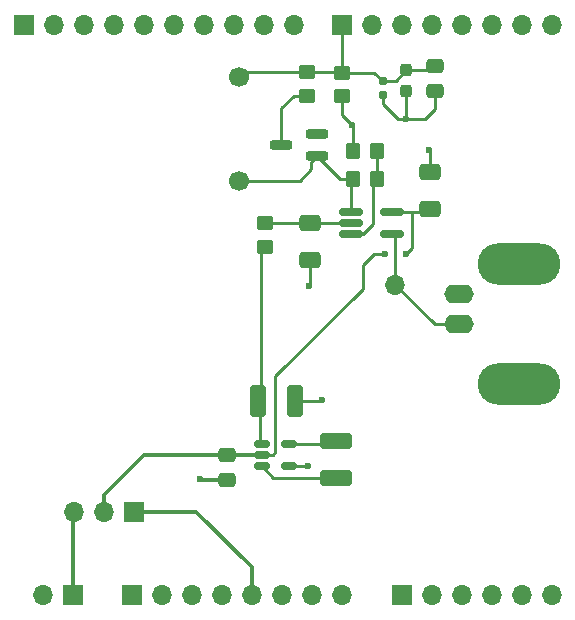
<source format=gtl>
G04 #@! TF.GenerationSoftware,KiCad,Pcbnew,8.0.6*
G04 #@! TF.CreationDate,2024-12-04T19:19:15+01:00*
G04 #@! TF.ProjectId,Shield_Frequency_meter_STM32,53686965-6c64-45f4-9672-657175656e63,rev?*
G04 #@! TF.SameCoordinates,Original*
G04 #@! TF.FileFunction,Copper,L1,Top*
G04 #@! TF.FilePolarity,Positive*
%FSLAX46Y46*%
G04 Gerber Fmt 4.6, Leading zero omitted, Abs format (unit mm)*
G04 Created by KiCad (PCBNEW 8.0.6) date 2024-12-04 19:19:15*
%MOMM*%
%LPD*%
G01*
G04 APERTURE LIST*
G04 Aperture macros list*
%AMRoundRect*
0 Rectangle with rounded corners*
0 $1 Rounding radius*
0 $2 $3 $4 $5 $6 $7 $8 $9 X,Y pos of 4 corners*
0 Add a 4 corners polygon primitive as box body*
4,1,4,$2,$3,$4,$5,$6,$7,$8,$9,$2,$3,0*
0 Add four circle primitives for the rounded corners*
1,1,$1+$1,$2,$3*
1,1,$1+$1,$4,$5*
1,1,$1+$1,$6,$7*
1,1,$1+$1,$8,$9*
0 Add four rect primitives between the rounded corners*
20,1,$1+$1,$2,$3,$4,$5,0*
20,1,$1+$1,$4,$5,$6,$7,0*
20,1,$1+$1,$6,$7,$8,$9,0*
20,1,$1+$1,$8,$9,$2,$3,0*%
G04 Aperture macros list end*
G04 #@! TA.AperFunction,ComponentPad*
%ADD10R,1.700000X1.700000*%
G04 #@! TD*
G04 #@! TA.AperFunction,ComponentPad*
%ADD11O,1.700000X1.700000*%
G04 #@! TD*
G04 #@! TA.AperFunction,SMDPad,CuDef*
%ADD12RoundRect,0.250000X0.450000X-0.350000X0.450000X0.350000X-0.450000X0.350000X-0.450000X-0.350000X0*%
G04 #@! TD*
G04 #@! TA.AperFunction,SMDPad,CuDef*
%ADD13RoundRect,0.250000X-0.412500X-1.100000X0.412500X-1.100000X0.412500X1.100000X-0.412500X1.100000X0*%
G04 #@! TD*
G04 #@! TA.AperFunction,SMDPad,CuDef*
%ADD14RoundRect,0.155000X-0.155000X0.212500X-0.155000X-0.212500X0.155000X-0.212500X0.155000X0.212500X0*%
G04 #@! TD*
G04 #@! TA.AperFunction,SMDPad,CuDef*
%ADD15RoundRect,0.250000X-0.650000X0.412500X-0.650000X-0.412500X0.650000X-0.412500X0.650000X0.412500X0*%
G04 #@! TD*
G04 #@! TA.AperFunction,SMDPad,CuDef*
%ADD16RoundRect,0.250000X-0.350000X-0.450000X0.350000X-0.450000X0.350000X0.450000X-0.350000X0.450000X0*%
G04 #@! TD*
G04 #@! TA.AperFunction,SMDPad,CuDef*
%ADD17RoundRect,0.250000X-1.100000X0.412500X-1.100000X-0.412500X1.100000X-0.412500X1.100000X0.412500X0*%
G04 #@! TD*
G04 #@! TA.AperFunction,SMDPad,CuDef*
%ADD18RoundRect,0.250000X0.350000X0.450000X-0.350000X0.450000X-0.350000X-0.450000X0.350000X-0.450000X0*%
G04 #@! TD*
G04 #@! TA.AperFunction,SMDPad,CuDef*
%ADD19RoundRect,0.150000X-0.512500X-0.150000X0.512500X-0.150000X0.512500X0.150000X-0.512500X0.150000X0*%
G04 #@! TD*
G04 #@! TA.AperFunction,SMDPad,CuDef*
%ADD20RoundRect,0.250000X-0.450000X0.350000X-0.450000X-0.350000X0.450000X-0.350000X0.450000X0.350000X0*%
G04 #@! TD*
G04 #@! TA.AperFunction,SMDPad,CuDef*
%ADD21RoundRect,0.237500X-0.237500X0.300000X-0.237500X-0.300000X0.237500X-0.300000X0.237500X0.300000X0*%
G04 #@! TD*
G04 #@! TA.AperFunction,SMDPad,CuDef*
%ADD22RoundRect,0.162500X-0.837500X-0.162500X0.837500X-0.162500X0.837500X0.162500X-0.837500X0.162500X0*%
G04 #@! TD*
G04 #@! TA.AperFunction,ComponentPad*
%ADD23C,1.700000*%
G04 #@! TD*
G04 #@! TA.AperFunction,SMDPad,CuDef*
%ADD24RoundRect,0.250000X0.650000X-0.412500X0.650000X0.412500X-0.650000X0.412500X-0.650000X-0.412500X0*%
G04 #@! TD*
G04 #@! TA.AperFunction,ComponentPad*
%ADD25O,2.500000X1.600000*%
G04 #@! TD*
G04 #@! TA.AperFunction,ComponentPad*
%ADD26O,7.000000X3.500000*%
G04 #@! TD*
G04 #@! TA.AperFunction,SMDPad,CuDef*
%ADD27RoundRect,0.250000X-0.475000X0.337500X-0.475000X-0.337500X0.475000X-0.337500X0.475000X0.337500X0*%
G04 #@! TD*
G04 #@! TA.AperFunction,SMDPad,CuDef*
%ADD28RoundRect,0.200000X0.750000X0.200000X-0.750000X0.200000X-0.750000X-0.200000X0.750000X-0.200000X0*%
G04 #@! TD*
G04 #@! TA.AperFunction,ViaPad*
%ADD29C,0.600000*%
G04 #@! TD*
G04 #@! TA.AperFunction,Conductor*
%ADD30C,0.254000*%
G04 #@! TD*
G04 #@! TA.AperFunction,Conductor*
%ADD31C,0.304800*%
G04 #@! TD*
G04 #@! TA.AperFunction,Conductor*
%ADD32C,0.200000*%
G04 #@! TD*
G04 APERTURE END LIST*
D10*
X127940000Y-97460000D03*
D11*
X130480000Y-97460000D03*
X133020000Y-97460000D03*
X135560000Y-97460000D03*
X138100000Y-97460000D03*
X140640000Y-97460000D03*
X143180000Y-97460000D03*
X145720000Y-97460000D03*
D10*
X150800000Y-97460000D03*
D11*
X153340000Y-97460000D03*
X155880000Y-97460000D03*
X158420000Y-97460000D03*
X160960000Y-97460000D03*
X163500000Y-97460000D03*
D10*
X118796000Y-49200000D03*
D11*
X121336000Y-49200000D03*
X123876000Y-49200000D03*
X126416000Y-49200000D03*
X128956000Y-49200000D03*
X131496000Y-49200000D03*
X134036000Y-49200000D03*
X136576000Y-49200000D03*
X139116000Y-49200000D03*
X141656000Y-49200000D03*
D10*
X145720000Y-49200000D03*
D11*
X148260000Y-49200000D03*
X150800000Y-49200000D03*
X153340000Y-49200000D03*
X155880000Y-49200000D03*
X158420000Y-49200000D03*
X160960000Y-49200000D03*
X163500000Y-49200000D03*
D10*
X123000000Y-97500000D03*
D11*
X120460000Y-97500000D03*
D12*
X142800000Y-55200000D03*
X142800000Y-53200000D03*
D13*
X138625000Y-81037500D03*
X141750000Y-81037500D03*
D14*
X149200000Y-54000000D03*
X149200000Y-55135000D03*
D15*
X143000000Y-66000000D03*
X143000000Y-69125000D03*
D16*
X146700000Y-62300000D03*
X148700000Y-62300000D03*
D17*
X145200000Y-84437500D03*
X145200000Y-87562500D03*
D18*
X148700000Y-59900000D03*
X146700000Y-59900000D03*
D19*
X138962500Y-84687500D03*
X138962500Y-85637500D03*
X138962500Y-86587500D03*
X141237500Y-86587500D03*
X141237500Y-84687500D03*
D20*
X145750000Y-53250000D03*
X145750000Y-55250000D03*
D21*
X151200000Y-53075000D03*
X151200000Y-54800000D03*
D22*
X146540000Y-65050000D03*
X146540000Y-66000000D03*
X146540000Y-66950000D03*
X149960000Y-66950000D03*
X149960000Y-65050000D03*
D23*
X137000000Y-53600000D03*
D24*
X153200000Y-64800000D03*
X153200000Y-61675000D03*
D11*
X150200000Y-71200000D03*
D10*
X128100000Y-90450000D03*
D11*
X125560000Y-90450000D03*
X123020000Y-90450000D03*
D12*
X139200000Y-68000000D03*
X139200000Y-66000000D03*
D25*
X155670000Y-74580000D03*
D26*
X160750000Y-69500000D03*
D25*
X155670000Y-72040000D03*
D26*
X160750000Y-79660000D03*
D27*
X136000000Y-85637500D03*
X136000000Y-87712500D03*
D28*
X143600000Y-60350000D03*
X143600000Y-58450000D03*
X140600000Y-59400000D03*
D23*
X137000000Y-62400000D03*
D27*
X153600000Y-52725000D03*
X153600000Y-54800000D03*
D29*
X144050000Y-81000000D03*
X133700000Y-87650000D03*
X142850000Y-86550000D03*
X146550000Y-57650000D03*
X153100000Y-59800000D03*
X151200000Y-57150000D03*
X142950000Y-71350000D03*
X149350000Y-68600000D03*
X151150000Y-68600000D03*
D30*
X151200000Y-54800000D02*
X151200000Y-57150000D01*
X153200000Y-61675000D02*
X153200000Y-59900000D01*
X146700000Y-57800000D02*
X146550000Y-57650000D01*
X141750000Y-81037500D02*
X144012500Y-81037500D01*
D31*
X133762500Y-87712500D02*
X133700000Y-87650000D01*
D30*
X153600000Y-56350000D02*
X152800000Y-57150000D01*
X146700000Y-59900000D02*
X146700000Y-57800000D01*
X145750000Y-56850000D02*
X146550000Y-57650000D01*
D31*
X136000000Y-87712500D02*
X133762500Y-87712500D01*
D30*
X143000000Y-71300000D02*
X142950000Y-71350000D01*
X152800000Y-57150000D02*
X151200000Y-57150000D01*
X149200000Y-55135000D02*
X149200000Y-55900000D01*
X142812500Y-86587500D02*
X142850000Y-86550000D01*
X141237500Y-86587500D02*
X142812500Y-86587500D01*
X153600000Y-54800000D02*
X153600000Y-56350000D01*
X150450000Y-57150000D02*
X151200000Y-57150000D01*
X143000000Y-69125000D02*
X143000000Y-71300000D01*
X153200000Y-59900000D02*
X153100000Y-59800000D01*
X144012500Y-81037500D02*
X144050000Y-81000000D01*
X149200000Y-55900000D02*
X150450000Y-57150000D01*
X145750000Y-55250000D02*
X145750000Y-56850000D01*
X147500000Y-71550000D02*
X147500000Y-69550000D01*
D31*
X125560000Y-90450000D02*
X125560000Y-89040000D01*
D30*
X140100000Y-78950000D02*
X147500000Y-71550000D01*
D31*
X128962500Y-85637500D02*
X136000000Y-85637500D01*
D30*
X147500000Y-69550000D02*
X148450000Y-68600000D01*
X140100000Y-85400000D02*
X140100000Y-78950000D01*
X151150000Y-68600000D02*
X151650000Y-68100000D01*
D31*
X125560000Y-89040000D02*
X128962500Y-85637500D01*
D30*
X152950000Y-65050000D02*
X153200000Y-64800000D01*
X152050000Y-65050000D02*
X152950000Y-65050000D01*
X151650000Y-68100000D02*
X151650000Y-65050000D01*
X138962500Y-85637500D02*
X139862500Y-85637500D01*
X148450000Y-68600000D02*
X149350000Y-68600000D01*
X139862500Y-85637500D02*
X140100000Y-85400000D01*
X149960000Y-65050000D02*
X151650000Y-65050000D01*
D31*
X136000000Y-85637500D02*
X138962500Y-85637500D01*
D30*
X151650000Y-65050000D02*
X152050000Y-65050000D01*
X145750000Y-49230000D02*
X145720000Y-49200000D01*
X151200000Y-53075000D02*
X153250000Y-53075000D01*
X145750000Y-53250000D02*
X148450000Y-53250000D01*
X137400000Y-53200000D02*
X137000000Y-53600000D01*
X148450000Y-53250000D02*
X149200000Y-54000000D01*
X149200000Y-54000000D02*
X150275000Y-54000000D01*
X150275000Y-54000000D02*
X151200000Y-53075000D01*
X142800000Y-53200000D02*
X145700000Y-53200000D01*
X145750000Y-53250000D02*
X145750000Y-49230000D01*
X145700000Y-53200000D02*
X145750000Y-53250000D01*
X153250000Y-53075000D02*
X153600000Y-52725000D01*
X142800000Y-53200000D02*
X137400000Y-53200000D01*
X138962500Y-86587500D02*
X139937500Y-87562500D01*
X139937500Y-87562500D02*
X145200000Y-87562500D01*
X141237500Y-84687500D02*
X144950000Y-84687500D01*
X144950000Y-84687500D02*
X145200000Y-84437500D01*
X138800000Y-84525000D02*
X138800000Y-81137500D01*
X138900000Y-81037500D02*
X138900000Y-68300000D01*
X138962500Y-84687500D02*
X138800000Y-84525000D01*
X138800000Y-81137500D02*
X138900000Y-81037500D01*
X138900000Y-68300000D02*
X139200000Y-68000000D01*
X143000000Y-66000000D02*
X146540000Y-66000000D01*
X139200000Y-66000000D02*
X143000000Y-66000000D01*
X140600000Y-56250000D02*
X141650000Y-55200000D01*
X141650000Y-55200000D02*
X142800000Y-55200000D01*
X140600000Y-59400000D02*
X140600000Y-56250000D01*
X142200000Y-62400000D02*
X143150000Y-61450000D01*
X143150000Y-61450000D02*
X143150000Y-60800000D01*
X143150000Y-60800000D02*
X143600000Y-60350000D01*
X146700000Y-62300000D02*
X145550000Y-62300000D01*
X146540000Y-62460000D02*
X146700000Y-62300000D01*
X137000000Y-62400000D02*
X142200000Y-62400000D01*
X146540000Y-65050000D02*
X146540000Y-62460000D01*
X145550000Y-62300000D02*
X143600000Y-60350000D01*
D31*
X133400000Y-90450000D02*
X138100000Y-95150000D01*
X128100000Y-90450000D02*
X133400000Y-90450000D01*
X138100000Y-95150000D02*
X138100000Y-97460000D01*
X123000000Y-97500000D02*
X123000000Y-90470000D01*
D30*
X123000000Y-90470000D02*
X123020000Y-90450000D01*
X150200000Y-67190000D02*
X149960000Y-66950000D01*
X155670000Y-74580000D02*
X153580000Y-74580000D01*
D32*
X155380000Y-74580000D02*
X155920000Y-74580000D01*
D30*
X150200000Y-71200000D02*
X150200000Y-67190000D01*
X153580000Y-74580000D02*
X150200000Y-71200000D01*
X148400000Y-62600000D02*
X148700000Y-62300000D01*
X146540000Y-66950000D02*
X147539999Y-66950000D01*
X148700000Y-62300000D02*
X148700000Y-59900000D01*
X147539999Y-66950000D02*
X148400000Y-66089999D01*
X148400000Y-66089999D02*
X148400000Y-62600000D01*
M02*

</source>
